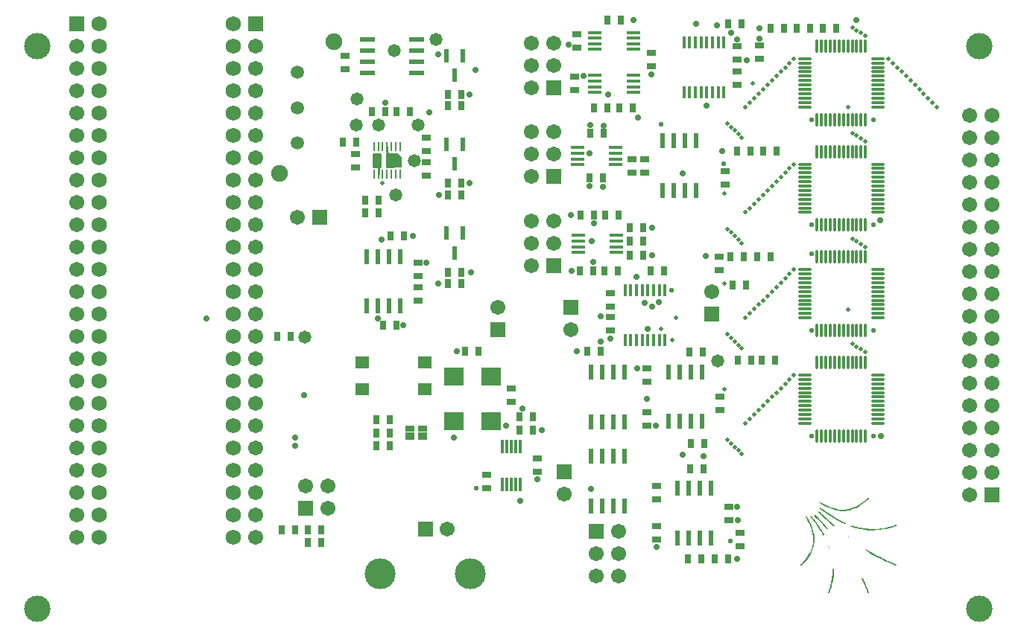
<source format=gts>
G04*
G04 #@! TF.GenerationSoftware,Altium Limited,Altium Designer,21.3.2 (30)*
G04*
G04 Layer_Color=8388736*
%FSLAX25Y25*%
%MOIN*%
G70*
G04*
G04 #@! TF.SameCoordinates,35EDE252-B6D9-4C08-81A6-3FFBFD5BE296*
G04*
G04*
G04 #@! TF.FilePolarity,Negative*
G04*
G01*
G75*
%ADD13C,0.01000*%
%ADD22R,0.00984X0.03937*%
G04:AMPARAMS|DCode=23|XSize=65mil|YSize=40mil|CornerRadius=4mil|HoleSize=0mil|Usage=FLASHONLY|Rotation=90.000|XOffset=0mil|YOffset=0mil|HoleType=Round|Shape=RoundedRectangle|*
%AMROUNDEDRECTD23*
21,1,0.06500,0.03200,0,0,90.0*
21,1,0.05700,0.04000,0,0,90.0*
1,1,0.00800,0.01600,0.02850*
1,1,0.00800,0.01600,-0.02850*
1,1,0.00800,-0.01600,-0.02850*
1,1,0.00800,-0.01600,0.02850*
%
%ADD23ROUNDEDRECTD23*%
%ADD24R,0.02200X0.06550*%
G04:AMPARAMS|DCode=25|XSize=58.66mil|YSize=11.02mil|CornerRadius=2.76mil|HoleSize=0mil|Usage=FLASHONLY|Rotation=270.000|XOffset=0mil|YOffset=0mil|HoleType=Round|Shape=RoundedRectangle|*
%AMROUNDEDRECTD25*
21,1,0.05866,0.00551,0,0,270.0*
21,1,0.05315,0.01102,0,0,270.0*
1,1,0.00551,-0.00276,-0.02657*
1,1,0.00551,-0.00276,0.02657*
1,1,0.00551,0.00276,0.02657*
1,1,0.00551,0.00276,-0.02657*
%
%ADD25ROUNDEDRECTD25*%
G04:AMPARAMS|DCode=26|XSize=58.66mil|YSize=11.02mil|CornerRadius=2.76mil|HoleSize=0mil|Usage=FLASHONLY|Rotation=180.000|XOffset=0mil|YOffset=0mil|HoleType=Round|Shape=RoundedRectangle|*
%AMROUNDEDRECTD26*
21,1,0.05866,0.00551,0,0,180.0*
21,1,0.05315,0.01102,0,0,180.0*
1,1,0.00551,-0.02657,0.00276*
1,1,0.00551,0.02657,0.00276*
1,1,0.00551,0.02657,-0.00276*
1,1,0.00551,-0.02657,-0.00276*
%
%ADD26ROUNDEDRECTD26*%
%ADD27R,0.05900X0.01575*%
%ADD28R,0.01181X0.05956*%
%ADD29R,0.05906X0.05512*%
%ADD30R,0.02400X0.06400*%
%ADD31R,0.01397X0.05756*%
%ADD34R,0.06550X0.02200*%
%ADD36R,0.04200X0.00600*%
%ADD37R,0.03943X0.03156*%
%ADD38R,0.03156X0.03943*%
%ADD39R,0.04147X0.03162*%
%ADD40R,0.08674X0.07887*%
%ADD41C,0.06800*%
%ADD42C,0.06706*%
%ADD43R,0.06706X0.06706*%
%ADD44R,0.06706X0.06706*%
%ADD45C,0.05906*%
%ADD46C,0.07480*%
%ADD47C,0.11811*%
%ADD48C,0.13792*%
%ADD49C,0.05800*%
%ADD50C,0.02769*%
%ADD51C,0.02178*%
%ADD52C,0.01902*%
G36*
X149506Y-59742D02*
X151094Y-61331D01*
X151094Y-65742D01*
Y-65842D01*
X151018Y-66025D01*
X150878Y-66166D01*
X150694Y-66242D01*
X144495D01*
X144311Y-66166D01*
X144171Y-66025D01*
X144095Y-65842D01*
Y-65742D01*
Y-60242D01*
Y-60143D01*
X144171Y-59959D01*
X144311Y-59818D01*
X144495Y-59742D01*
X144595D01*
X149506Y-59742D01*
D02*
G37*
G36*
X359766Y-213908D02*
X359971Y-213990D01*
X360217Y-214113D01*
X360135Y-214195D01*
X359971Y-214359D01*
X359683Y-214687D01*
X359273Y-215097D01*
X358740Y-215548D01*
X358125Y-216082D01*
X357428Y-216615D01*
X356649Y-217189D01*
X355788Y-217763D01*
X354885Y-218337D01*
X353901Y-218829D01*
X352835Y-219280D01*
X351769Y-219649D01*
X350620Y-219936D01*
X349431Y-220100D01*
X348242Y-220142D01*
X348201D01*
X348037D01*
X347791Y-220100D01*
X347463Y-220059D01*
X347011Y-220019D01*
X346519Y-219936D01*
X345945Y-219813D01*
X345289Y-219649D01*
X344551Y-219485D01*
X343772Y-219239D01*
X342910Y-218952D01*
X342008Y-218583D01*
X341024Y-218214D01*
X340040Y-217722D01*
X338973Y-217189D01*
X337907Y-216574D01*
Y-216533D01*
X337866Y-216492D01*
Y-216287D01*
X337907D01*
X337948Y-216205D01*
X338071Y-216163D01*
X338235Y-216040D01*
X338317Y-216082D01*
X338481Y-216205D01*
X338768Y-216369D01*
X339178Y-216574D01*
X339671Y-216820D01*
X340245Y-217107D01*
X340901Y-217435D01*
X341639Y-217763D01*
X342377Y-218091D01*
X343197Y-218378D01*
X344879Y-218952D01*
X345699Y-219198D01*
X346560Y-219362D01*
X347422Y-219526D01*
X348242Y-219567D01*
X348324D01*
X348529D01*
X348857Y-219526D01*
X349267Y-219485D01*
X349800Y-219403D01*
X350456Y-219280D01*
X351153Y-219116D01*
X351933Y-218911D01*
X352794Y-218583D01*
X353696Y-218214D01*
X354639Y-217763D01*
X355624Y-217189D01*
X356608Y-216533D01*
X357592Y-215754D01*
X358617Y-214851D01*
X359601Y-213826D01*
X359643D01*
X359766Y-213908D01*
D02*
G37*
G36*
X338194Y-218296D02*
X338358Y-218460D01*
X338686Y-218706D01*
X339138Y-219034D01*
X339671Y-219444D01*
X340286Y-219896D01*
X341024Y-220388D01*
X341803Y-220962D01*
X342664Y-221536D01*
X343567Y-222110D01*
X344551Y-222725D01*
X345576Y-223340D01*
X347709Y-224530D01*
X348775Y-225063D01*
X349882Y-225555D01*
X349841D01*
X349800Y-225596D01*
X349595Y-225678D01*
X349349Y-225760D01*
X349144Y-225883D01*
X349062Y-225842D01*
X348898Y-225760D01*
X348611Y-225637D01*
X348201Y-225432D01*
X347668Y-225186D01*
X347094Y-224858D01*
X346437Y-224530D01*
X345658Y-224119D01*
X344838Y-223627D01*
X343977Y-223135D01*
X343074Y-222561D01*
X342090Y-221946D01*
X341106Y-221249D01*
X340081Y-220552D01*
X339055Y-219772D01*
X337989Y-218952D01*
Y-218911D01*
X338030Y-218747D01*
X338071Y-218501D01*
X338112Y-218255D01*
X338194Y-218296D01*
D02*
G37*
G36*
X337661Y-219977D02*
X337825Y-220142D01*
X338071Y-220347D01*
X338358Y-220634D01*
X338768Y-221003D01*
X339178Y-221454D01*
X339712Y-221905D01*
X340245Y-222438D01*
X341434Y-223545D01*
X342705Y-224694D01*
X343977Y-225842D01*
X345166Y-226908D01*
X345125D01*
X345084D01*
X344838D01*
X344551D01*
X344182D01*
X344141Y-226867D01*
X344059Y-226785D01*
X343895Y-226662D01*
X343690Y-226457D01*
X343403Y-226211D01*
X343074Y-225924D01*
X342705Y-225555D01*
X342254Y-225145D01*
X341803Y-224735D01*
X341270Y-224242D01*
X340696Y-223709D01*
X340081Y-223135D01*
X338727Y-221864D01*
X337251Y-220470D01*
X337292Y-220429D01*
X337374Y-220306D01*
X337497Y-220142D01*
X337620Y-219936D01*
X337661Y-219977D01*
D02*
G37*
G36*
X372233Y-226129D02*
X372274Y-226252D01*
X372356Y-226416D01*
X372397Y-226621D01*
X372356D01*
X372274Y-226662D01*
X372151Y-226703D01*
X371987Y-226785D01*
X371741Y-226867D01*
X371453Y-226990D01*
X371166Y-227113D01*
X370797Y-227236D01*
X370387Y-227359D01*
X369936Y-227482D01*
X368911Y-227769D01*
X367722Y-228015D01*
X366450Y-228261D01*
X365015Y-228467D01*
X363457Y-228631D01*
X361816Y-228672D01*
X360094D01*
X358289Y-228508D01*
X356403Y-228261D01*
X354475Y-227851D01*
X353491Y-227564D01*
X352507Y-227277D01*
X352425Y-227236D01*
X352261Y-227195D01*
X352015Y-227113D01*
X351728Y-226990D01*
X351769Y-226949D01*
X351892Y-226826D01*
X352097Y-226703D01*
X352302Y-226539D01*
X352343D01*
X352466Y-226580D01*
X352589Y-226621D01*
X352671Y-226662D01*
X352712D01*
X352794Y-226703D01*
X352917Y-226744D01*
X353122Y-226785D01*
X353368Y-226867D01*
X353696Y-226949D01*
X354024Y-227031D01*
X354434Y-227154D01*
X354885Y-227236D01*
X355378Y-227359D01*
X356444Y-227564D01*
X357674Y-227728D01*
X359027Y-227892D01*
X360463Y-228015D01*
X362021Y-228056D01*
X363620Y-228015D01*
X365302Y-227892D01*
X367024Y-227646D01*
X368747Y-227277D01*
X370469Y-226744D01*
X371330Y-226457D01*
X372192Y-226088D01*
X372233Y-226129D01*
D02*
G37*
G36*
X336103Y-221741D02*
X336226Y-221864D01*
X336390Y-222028D01*
X336636Y-222274D01*
X336923Y-222602D01*
X337251Y-222930D01*
X337620Y-223340D01*
X338030Y-223791D01*
X338932Y-224735D01*
X339917Y-225719D01*
X340860Y-226744D01*
X341762Y-227728D01*
X341721Y-227769D01*
X341598Y-227851D01*
X341434Y-228015D01*
X341270Y-228180D01*
X341229Y-228138D01*
X341147Y-228056D01*
X341024Y-227933D01*
X340860Y-227728D01*
X340655Y-227482D01*
X340368Y-227195D01*
X340040Y-226867D01*
X339712Y-226457D01*
X339302Y-226047D01*
X338892Y-225596D01*
X337907Y-224530D01*
X336759Y-223340D01*
X335529Y-222028D01*
X335570Y-221987D01*
X335693Y-221946D01*
X335857Y-221823D01*
X336062Y-221700D01*
X336103Y-221741D01*
D02*
G37*
G36*
X334544Y-222397D02*
X334626Y-222520D01*
X334832Y-222766D01*
X335036Y-223053D01*
X335324Y-223422D01*
X335652Y-223832D01*
X336021Y-224324D01*
X336390Y-224858D01*
X336800Y-225473D01*
X337251Y-226088D01*
X338153Y-227441D01*
X339096Y-228877D01*
X339958Y-230394D01*
X339917Y-230476D01*
X339876Y-230681D01*
X339835Y-231050D01*
Y-231460D01*
X339794Y-231419D01*
X339712Y-231255D01*
X339589Y-231009D01*
X339425Y-230681D01*
X339178Y-230271D01*
X338892Y-229820D01*
X338563Y-229246D01*
X338194Y-228672D01*
X337784Y-228015D01*
X337333Y-227318D01*
X336308Y-225801D01*
X335160Y-224161D01*
X333847Y-222479D01*
X333888D01*
X334052Y-222438D01*
X334298Y-222397D01*
X334503Y-222356D01*
X334544Y-222397D01*
D02*
G37*
G36*
X349964Y-230968D02*
X350046Y-231009D01*
X350210Y-231132D01*
X350374Y-231255D01*
X350784Y-231583D01*
X351236Y-231911D01*
X351195D01*
X351112D01*
X350989D01*
X350825D01*
X349923Y-230927D01*
X349964Y-230968D01*
D02*
G37*
G36*
X341639Y-235315D02*
X341803Y-235397D01*
X342418Y-236956D01*
X342377Y-236997D01*
X342295Y-237120D01*
X342254Y-237079D01*
X342213Y-236956D01*
X342131Y-236792D01*
X342049Y-236586D01*
Y-236545D01*
X342008Y-236463D01*
X341967Y-236340D01*
X341926Y-236176D01*
X341762Y-235725D01*
X341557Y-235233D01*
X341639Y-235315D01*
D02*
G37*
G36*
X358494Y-236997D02*
X358740Y-237161D01*
X359109Y-237366D01*
X359601Y-237694D01*
X360258Y-238063D01*
X360996Y-238473D01*
X361816Y-238965D01*
X362759Y-239457D01*
X363785Y-240031D01*
X364892Y-240605D01*
X366081Y-241180D01*
X367270Y-241754D01*
X368542Y-242369D01*
X369854Y-242943D01*
X372520Y-244009D01*
X372479Y-244050D01*
X372438Y-244173D01*
X372397Y-244378D01*
X372315Y-244584D01*
X372233Y-244543D01*
X371987Y-244460D01*
X371618Y-244337D01*
X371125Y-244132D01*
X370510Y-243845D01*
X369772Y-243558D01*
X368952Y-243189D01*
X368009Y-242779D01*
X367024Y-242328D01*
X365958Y-241836D01*
X364851Y-241262D01*
X363662Y-240687D01*
X362472Y-240031D01*
X361201Y-239334D01*
X359971Y-238637D01*
X358699Y-237858D01*
X358658Y-237776D01*
X358617Y-237571D01*
X358535Y-237284D01*
X358412Y-236956D01*
X358494Y-236997D01*
D02*
G37*
G36*
X332166Y-222315D02*
X332207Y-222397D01*
X332330Y-222561D01*
X332494Y-222889D01*
X332699Y-223299D01*
X332986Y-223791D01*
X333273Y-224407D01*
X333601Y-225063D01*
X333929Y-225801D01*
X334257Y-226580D01*
X334585Y-227400D01*
X335160Y-229164D01*
X335406Y-230025D01*
X335570Y-230927D01*
X335693Y-231788D01*
X335775Y-232650D01*
Y-232937D01*
X335734Y-233265D01*
X335693Y-233757D01*
X335611Y-234290D01*
X335488Y-234987D01*
X335324Y-235725D01*
X335078Y-236545D01*
X334750Y-237448D01*
X334380Y-238391D01*
X333888Y-239375D01*
X333314Y-240401D01*
X332617Y-241426D01*
X331797Y-242492D01*
X330854Y-243558D01*
X329746Y-244584D01*
X329705Y-244543D01*
X329623Y-244419D01*
X329500Y-244214D01*
X329418Y-244009D01*
X329500Y-243927D01*
X329664Y-243763D01*
X329951Y-243476D01*
X330320Y-243107D01*
X330771Y-242615D01*
X331264Y-242041D01*
X331797Y-241344D01*
X332330Y-240605D01*
X332863Y-239826D01*
X333396Y-238924D01*
X333888Y-237981D01*
X334298Y-236997D01*
X334667Y-235971D01*
X334913Y-234905D01*
X335078Y-233798D01*
X335119Y-232650D01*
Y-232445D01*
X335078Y-232199D01*
X335036Y-231870D01*
X334996Y-231460D01*
X334913Y-230968D01*
X334790Y-230435D01*
X334667Y-229779D01*
X334462Y-229082D01*
X334216Y-228303D01*
X333929Y-227482D01*
X333601Y-226580D01*
X333232Y-225678D01*
X332740Y-224694D01*
X332248Y-223668D01*
X331633Y-222602D01*
X331674Y-222561D01*
X331756Y-222479D01*
X331838Y-222356D01*
X331879Y-222233D01*
X331961D01*
X332166Y-222315D01*
D02*
G37*
G36*
X343895Y-245855D02*
X344059Y-245978D01*
X344264Y-246183D01*
X344510Y-246388D01*
Y-246921D01*
X344469Y-247331D01*
X344428Y-247823D01*
X344387Y-248356D01*
X344305Y-249013D01*
X344223Y-249751D01*
X344100Y-250530D01*
X343936Y-251350D01*
X343772Y-252211D01*
X343526Y-253114D01*
X343280Y-254016D01*
X342951Y-254959D01*
X342623Y-255902D01*
X342213Y-256845D01*
X342172Y-256804D01*
X342049Y-256764D01*
X341844Y-256681D01*
X341639Y-256599D01*
X341680Y-256558D01*
X341721Y-256353D01*
X341844Y-256066D01*
X342008Y-255697D01*
X342172Y-255205D01*
X342377Y-254672D01*
X342582Y-254016D01*
X342787Y-253278D01*
X342992Y-252498D01*
X343197Y-251678D01*
X343362Y-250776D01*
X343526Y-249833D01*
X343690Y-248889D01*
X343772Y-247864D01*
X343854Y-246839D01*
Y-245814D01*
X343895Y-245855D01*
D02*
G37*
G36*
X356772Y-249956D02*
X357018Y-249997D01*
X357264D01*
Y-250038D01*
X357346Y-250161D01*
X357428Y-250325D01*
X357551Y-250571D01*
X357674Y-250858D01*
X357838Y-251227D01*
X358043Y-251637D01*
X358248Y-252088D01*
X358699Y-253114D01*
X359150Y-254221D01*
X359643Y-255451D01*
X360135Y-256722D01*
X360094D01*
X359971Y-256804D01*
X359807Y-256887D01*
X359601Y-256968D01*
Y-256927D01*
X359560Y-256804D01*
X359478Y-256599D01*
X359355Y-256353D01*
X359232Y-256025D01*
X359109Y-255656D01*
X358904Y-255246D01*
X358740Y-254754D01*
X358535Y-254262D01*
X358289Y-253688D01*
X357756Y-252498D01*
X357182Y-251227D01*
X356567Y-249915D01*
X356608D01*
X356772Y-249956D01*
D02*
G37*
D13*
X144488Y-58967D02*
G03*
X145177Y-60630I2352J0D01*
G01*
X140551Y-69095D02*
Y-65551D01*
X144488Y-58967D02*
Y-56890D01*
D22*
X150394Y-69095D02*
D03*
X148425D02*
D03*
X146457D02*
D03*
X144488D02*
D03*
X142520D02*
D03*
X140551D02*
D03*
X138583D02*
D03*
Y-56890D02*
D03*
X140551D02*
D03*
X142520D02*
D03*
X144488D02*
D03*
X146457D02*
D03*
X150394D02*
D03*
X148425D02*
D03*
D23*
X146094Y-62990D02*
D03*
X140094D02*
D03*
D24*
X267697Y-76479D02*
D03*
X272697D02*
D03*
X277697D02*
D03*
X282697D02*
D03*
Y-54229D02*
D03*
X277697D02*
D03*
X272697D02*
D03*
X267697D02*
D03*
X235807Y-217818D02*
D03*
X240807D02*
D03*
X245807D02*
D03*
X250807D02*
D03*
Y-195568D02*
D03*
X245807D02*
D03*
X240807D02*
D03*
X235807D02*
D03*
X274390Y-231991D02*
D03*
X279390D02*
D03*
X284390D02*
D03*
X289390D02*
D03*
Y-209741D02*
D03*
X284390D02*
D03*
X279390D02*
D03*
X274390D02*
D03*
X285472Y-157671D02*
D03*
X280472D02*
D03*
X275472D02*
D03*
X270472D02*
D03*
Y-179921D02*
D03*
X275472D02*
D03*
X280472D02*
D03*
X285472D02*
D03*
X235807Y-180023D02*
D03*
X240807D02*
D03*
X245807D02*
D03*
X250807D02*
D03*
Y-157773D02*
D03*
X245807D02*
D03*
X240807D02*
D03*
X235807D02*
D03*
X135413Y-128251D02*
D03*
X140413D02*
D03*
X145413D02*
D03*
X150413D02*
D03*
Y-106001D02*
D03*
X145413D02*
D03*
X140413D02*
D03*
X135413D02*
D03*
D25*
X336811Y-153543D02*
D03*
X338779D02*
D03*
X340748D02*
D03*
X342717D02*
D03*
X344685D02*
D03*
X346654D02*
D03*
X348622D02*
D03*
X350590D02*
D03*
X352559D02*
D03*
X354527D02*
D03*
X356496D02*
D03*
X358465D02*
D03*
Y-186378D02*
D03*
X356496D02*
D03*
X354527D02*
D03*
X352559D02*
D03*
X350590D02*
D03*
X348622D02*
D03*
X346654D02*
D03*
X344685D02*
D03*
X342717D02*
D03*
X340748D02*
D03*
X338779D02*
D03*
X336811D02*
D03*
Y-91890D02*
D03*
X338779D02*
D03*
X340748D02*
D03*
X342717D02*
D03*
X344685D02*
D03*
X346654D02*
D03*
X348622D02*
D03*
X350590D02*
D03*
X352559D02*
D03*
X354527D02*
D03*
X356496D02*
D03*
X358465D02*
D03*
Y-59055D02*
D03*
X356496D02*
D03*
X354527D02*
D03*
X352559D02*
D03*
X350590D02*
D03*
X348622D02*
D03*
X346654D02*
D03*
X344685D02*
D03*
X342717D02*
D03*
X340748D02*
D03*
X338779D02*
D03*
X336811D02*
D03*
Y-106299D02*
D03*
X338779D02*
D03*
X340748D02*
D03*
X342717D02*
D03*
X344685D02*
D03*
X346654D02*
D03*
X348622D02*
D03*
X350590D02*
D03*
X352559D02*
D03*
X354527D02*
D03*
X356496D02*
D03*
X358465D02*
D03*
Y-139134D02*
D03*
X356496D02*
D03*
X354527D02*
D03*
X352559D02*
D03*
X350590D02*
D03*
X348622D02*
D03*
X346654D02*
D03*
X344685D02*
D03*
X342717D02*
D03*
X340748D02*
D03*
X338779D02*
D03*
X336811D02*
D03*
Y-44646D02*
D03*
X338779D02*
D03*
X340748D02*
D03*
X342717D02*
D03*
X344685D02*
D03*
X346654D02*
D03*
X348622D02*
D03*
X350590D02*
D03*
X352559D02*
D03*
X354527D02*
D03*
X356496D02*
D03*
X358465D02*
D03*
Y-11811D02*
D03*
X356496D02*
D03*
X354527D02*
D03*
X352559D02*
D03*
X350590D02*
D03*
X348622D02*
D03*
X346654D02*
D03*
X344685D02*
D03*
X342717D02*
D03*
X340748D02*
D03*
X338779D02*
D03*
X336811D02*
D03*
D26*
X364055Y-159134D02*
D03*
Y-161102D02*
D03*
Y-163071D02*
D03*
Y-165039D02*
D03*
Y-167008D02*
D03*
Y-168976D02*
D03*
Y-170945D02*
D03*
Y-172913D02*
D03*
Y-174882D02*
D03*
Y-176850D02*
D03*
Y-178819D02*
D03*
Y-180787D02*
D03*
X331221D02*
D03*
Y-178819D02*
D03*
Y-176850D02*
D03*
Y-174882D02*
D03*
Y-172913D02*
D03*
Y-170945D02*
D03*
Y-168976D02*
D03*
Y-167008D02*
D03*
Y-165039D02*
D03*
Y-163071D02*
D03*
Y-161102D02*
D03*
Y-159134D02*
D03*
Y-64646D02*
D03*
Y-66614D02*
D03*
Y-68583D02*
D03*
Y-70551D02*
D03*
Y-72520D02*
D03*
Y-74488D02*
D03*
Y-76457D02*
D03*
Y-78425D02*
D03*
Y-80394D02*
D03*
Y-82362D02*
D03*
Y-84331D02*
D03*
Y-86299D02*
D03*
X364055D02*
D03*
Y-84331D02*
D03*
Y-82362D02*
D03*
Y-80394D02*
D03*
Y-78425D02*
D03*
Y-76457D02*
D03*
Y-74488D02*
D03*
Y-72520D02*
D03*
Y-70551D02*
D03*
Y-68583D02*
D03*
Y-66614D02*
D03*
Y-64646D02*
D03*
Y-111890D02*
D03*
Y-113858D02*
D03*
Y-115827D02*
D03*
Y-117795D02*
D03*
Y-119764D02*
D03*
Y-121732D02*
D03*
Y-123701D02*
D03*
Y-125669D02*
D03*
Y-127638D02*
D03*
Y-129606D02*
D03*
Y-131575D02*
D03*
Y-133543D02*
D03*
X331221D02*
D03*
Y-131575D02*
D03*
Y-129606D02*
D03*
Y-127638D02*
D03*
Y-125669D02*
D03*
Y-123701D02*
D03*
Y-121732D02*
D03*
Y-119764D02*
D03*
Y-117795D02*
D03*
Y-115827D02*
D03*
Y-113858D02*
D03*
Y-111890D02*
D03*
Y-17402D02*
D03*
Y-19370D02*
D03*
Y-21339D02*
D03*
Y-23307D02*
D03*
Y-25276D02*
D03*
Y-27244D02*
D03*
Y-29213D02*
D03*
Y-31181D02*
D03*
Y-33150D02*
D03*
Y-35118D02*
D03*
Y-37087D02*
D03*
Y-39055D02*
D03*
X364055D02*
D03*
Y-37087D02*
D03*
Y-35118D02*
D03*
Y-33150D02*
D03*
Y-31181D02*
D03*
Y-29213D02*
D03*
Y-27244D02*
D03*
Y-25276D02*
D03*
Y-23307D02*
D03*
Y-21339D02*
D03*
Y-19370D02*
D03*
Y-17402D02*
D03*
D27*
X247183Y-104194D02*
D03*
Y-101694D02*
D03*
Y-99094D02*
D03*
Y-96594D02*
D03*
X229983D02*
D03*
Y-99094D02*
D03*
Y-101694D02*
D03*
Y-104194D02*
D03*
X237463Y-32540D02*
D03*
Y-30040D02*
D03*
Y-27440D02*
D03*
Y-24940D02*
D03*
X254663D02*
D03*
Y-27440D02*
D03*
Y-30040D02*
D03*
Y-32540D02*
D03*
X246789Y-64824D02*
D03*
Y-62324D02*
D03*
Y-59724D02*
D03*
Y-57224D02*
D03*
X229589D02*
D03*
Y-59724D02*
D03*
Y-62324D02*
D03*
Y-64824D02*
D03*
X237463Y-13249D02*
D03*
Y-10749D02*
D03*
Y-8149D02*
D03*
Y-5649D02*
D03*
X254663D02*
D03*
Y-8149D02*
D03*
Y-10749D02*
D03*
Y-13249D02*
D03*
D28*
X203937Y-191056D02*
D03*
X201969D02*
D03*
X200000D02*
D03*
X198031D02*
D03*
X196063D02*
D03*
Y-208156D02*
D03*
X198031D02*
D03*
X200000D02*
D03*
X201969D02*
D03*
X203937D02*
D03*
D29*
X161417Y-153543D02*
D03*
X133465D02*
D03*
X161417Y-165354D02*
D03*
X133465D02*
D03*
D30*
X178543Y-95600D02*
D03*
X171063D02*
D03*
X174803Y-104400D02*
D03*
X178543Y-55836D02*
D03*
X171063D02*
D03*
X174803Y-64636D02*
D03*
X178543Y-16072D02*
D03*
X171063D02*
D03*
X174803Y-24872D02*
D03*
D31*
X277264Y-32360D02*
D03*
X279823D02*
D03*
X282382D02*
D03*
X284941D02*
D03*
X287500D02*
D03*
X290059D02*
D03*
X292618D02*
D03*
X295177D02*
D03*
Y-10160D02*
D03*
X292618D02*
D03*
X290059D02*
D03*
X287500D02*
D03*
X284941D02*
D03*
X282382D02*
D03*
X279823D02*
D03*
X277264D02*
D03*
X250886Y-143384D02*
D03*
X253445D02*
D03*
X256004D02*
D03*
X258563D02*
D03*
X261122D02*
D03*
X263681D02*
D03*
X266240D02*
D03*
X268799D02*
D03*
Y-121184D02*
D03*
X266240D02*
D03*
X263681D02*
D03*
X261122D02*
D03*
X258563D02*
D03*
X256004D02*
D03*
X253445D02*
D03*
X250886D02*
D03*
D34*
X135546Y-8854D02*
D03*
Y-13854D02*
D03*
Y-18854D02*
D03*
Y-23854D02*
D03*
X157796D02*
D03*
Y-18854D02*
D03*
Y-13854D02*
D03*
Y-8854D02*
D03*
D36*
X160380Y-185037D02*
D03*
X154580D02*
D03*
D37*
X188976Y-203693D02*
D03*
Y-209693D02*
D03*
X158268Y-114811D02*
D03*
Y-108811D02*
D03*
Y-125835D02*
D03*
Y-119835D02*
D03*
X264961Y-232921D02*
D03*
Y-226921D02*
D03*
Y-214811D02*
D03*
Y-208811D02*
D03*
X262598Y-20717D02*
D03*
Y-14717D02*
D03*
X292913Y-112055D02*
D03*
Y-106055D02*
D03*
X253937Y-62598D02*
D03*
Y-68598D02*
D03*
X259842D02*
D03*
Y-62598D02*
D03*
X311024Y-17567D02*
D03*
Y-11567D02*
D03*
X293307Y-168654D02*
D03*
Y-174653D02*
D03*
X295669Y-73866D02*
D03*
Y-67866D02*
D03*
X302362Y-235677D02*
D03*
Y-229677D02*
D03*
X244488Y-139220D02*
D03*
Y-133221D02*
D03*
X162205Y-69732D02*
D03*
Y-63732D02*
D03*
X125591Y-16094D02*
D03*
Y-22095D02*
D03*
X162205Y-52709D02*
D03*
Y-58709D02*
D03*
X200000Y-171110D02*
D03*
Y-165110D02*
D03*
X211811Y-202606D02*
D03*
Y-196606D02*
D03*
X130315Y-60189D02*
D03*
Y-66189D02*
D03*
X260630Y-181890D02*
D03*
Y-175890D02*
D03*
Y-156299D02*
D03*
Y-162299D02*
D03*
X297244Y-218260D02*
D03*
Y-224260D02*
D03*
X228346Y-25543D02*
D03*
Y-31543D02*
D03*
X301181Y-28984D02*
D03*
Y-22984D02*
D03*
X229528Y-12449D02*
D03*
Y-6449D02*
D03*
X244488Y-122591D02*
D03*
Y-128591D02*
D03*
X301181Y-11961D02*
D03*
Y-17961D02*
D03*
D38*
X268354Y-112598D02*
D03*
X262354D02*
D03*
X248276Y-39370D02*
D03*
X254276D02*
D03*
X177803Y-78347D02*
D03*
X171803D02*
D03*
X241732Y-112598D02*
D03*
X247732D02*
D03*
X248031Y-87402D02*
D03*
X242032D02*
D03*
X297094Y-241339D02*
D03*
X291094D02*
D03*
X279677Y-148819D02*
D03*
X285677D02*
D03*
X177803Y-118110D02*
D03*
X171803D02*
D03*
X177803Y-38583D02*
D03*
X171803D02*
D03*
X259150Y-99213D02*
D03*
X253150D02*
D03*
X303000Y-1969D02*
D03*
X297000D02*
D03*
X315898Y-3937D02*
D03*
X321898D02*
D03*
X300937Y-58661D02*
D03*
X306937D02*
D03*
X298181Y-106299D02*
D03*
X304181D02*
D03*
X301331Y-152559D02*
D03*
X307331D02*
D03*
X139716Y-179134D02*
D03*
X145717D02*
D03*
X139716Y-185039D02*
D03*
X145717D02*
D03*
X139716Y-190945D02*
D03*
X145717D02*
D03*
X140795Y-80709D02*
D03*
X134795D02*
D03*
X109205Y-228346D02*
D03*
X115205D02*
D03*
X97394D02*
D03*
X103394D02*
D03*
X298969Y-118898D02*
D03*
X304969D02*
D03*
X345520Y-3937D02*
D03*
X339520D02*
D03*
X134795Y-86614D02*
D03*
X140795D02*
D03*
X177803Y-112992D02*
D03*
X171803D02*
D03*
X253150Y-105512D02*
D03*
X259150D02*
D03*
X253150Y-93307D02*
D03*
X259150D02*
D03*
X179283Y-148425D02*
D03*
X185283D02*
D03*
X203842Y-177953D02*
D03*
X209842D02*
D03*
X203842Y-183858D02*
D03*
X209842D02*
D03*
X284890Y-241339D02*
D03*
X278890D02*
D03*
X177803Y-73228D02*
D03*
X171803D02*
D03*
X177803Y-33465D02*
D03*
X171803D02*
D03*
X154724Y-41142D02*
D03*
X148724D02*
D03*
X143551D02*
D03*
X137551D02*
D03*
X124559Y-54921D02*
D03*
X130559D02*
D03*
X240008Y-148425D02*
D03*
X234008D02*
D03*
X280071Y-201181D02*
D03*
X286071D02*
D03*
X280315Y-189764D02*
D03*
X286315D02*
D03*
X237158Y-39370D02*
D03*
X243158D02*
D03*
X230614Y-112598D02*
D03*
X236614D02*
D03*
X231008Y-87402D02*
D03*
X237008D02*
D03*
X235189Y-70866D02*
D03*
X241189D02*
D03*
X142866Y-136811D02*
D03*
X148866D02*
D03*
X235433Y-50787D02*
D03*
X241433D02*
D03*
X146063Y-96850D02*
D03*
X152063D02*
D03*
X109205Y-234252D02*
D03*
X115205D02*
D03*
X333709Y-3937D02*
D03*
X327709D02*
D03*
X318748Y-58661D02*
D03*
X312748D02*
D03*
X315992Y-106299D02*
D03*
X309992D02*
D03*
X317998Y-152530D02*
D03*
X311998D02*
D03*
X243063Y0D02*
D03*
X249063D02*
D03*
X95425Y-141969D02*
D03*
X101425D02*
D03*
D39*
X154626Y-186811D02*
D03*
X160335D02*
D03*
Y-183268D02*
D03*
X154626D02*
D03*
D40*
X190945Y-159921D02*
D03*
X174409D02*
D03*
X190945Y-179921D02*
D03*
X174409D02*
D03*
D41*
X15827Y-141969D02*
D03*
X75827Y-21969D02*
D03*
Y-161969D02*
D03*
Y-151969D02*
D03*
Y-141969D02*
D03*
Y-1969D02*
D03*
Y-11969D02*
D03*
Y-171968D02*
D03*
Y-181968D02*
D03*
Y-191969D02*
D03*
Y-201969D02*
D03*
Y-211968D02*
D03*
Y-221969D02*
D03*
Y-231968D02*
D03*
X15827D02*
D03*
Y-221969D02*
D03*
Y-211968D02*
D03*
Y-201969D02*
D03*
Y-191969D02*
D03*
Y-181968D02*
D03*
Y-171968D02*
D03*
Y-161969D02*
D03*
Y-151969D02*
D03*
X75827Y-31969D02*
D03*
Y-41969D02*
D03*
Y-51968D02*
D03*
Y-61968D02*
D03*
Y-71969D02*
D03*
Y-81968D02*
D03*
Y-91969D02*
D03*
Y-101969D02*
D03*
Y-111969D02*
D03*
Y-121968D02*
D03*
Y-131968D02*
D03*
X15827D02*
D03*
Y-121968D02*
D03*
Y-111969D02*
D03*
Y-101969D02*
D03*
Y-91969D02*
D03*
Y-81968D02*
D03*
Y-71969D02*
D03*
Y-61968D02*
D03*
Y-51968D02*
D03*
Y-41969D02*
D03*
Y-31969D02*
D03*
Y-21969D02*
D03*
Y-11969D02*
D03*
Y-1969D02*
D03*
D42*
X226575Y-138937D02*
D03*
X289764Y-121890D02*
D03*
X223622Y-212598D02*
D03*
X194095Y-128937D02*
D03*
X104331Y-88583D02*
D03*
X248189Y-229173D02*
D03*
X238189Y-239173D02*
D03*
X248189D02*
D03*
X238189Y-249173D02*
D03*
X248189D02*
D03*
X208898Y-30472D02*
D03*
X218898Y-20472D02*
D03*
X208898D02*
D03*
X218898Y-10472D02*
D03*
X208898D02*
D03*
X208898Y-110000D02*
D03*
X218898Y-100000D02*
D03*
X208898D02*
D03*
X218898Y-90000D02*
D03*
X208898D02*
D03*
X208898Y-70236D02*
D03*
X218898Y-60236D02*
D03*
X208898D02*
D03*
X218898Y-50236D02*
D03*
X208898D02*
D03*
X108110Y-208661D02*
D03*
X118110Y-218661D02*
D03*
Y-208661D02*
D03*
X405079Y-42795D02*
D03*
X415079D02*
D03*
X405079Y-52795D02*
D03*
X415079D02*
D03*
X405079Y-62795D02*
D03*
X415079D02*
D03*
X405079Y-72795D02*
D03*
X415079D02*
D03*
X405079Y-82795D02*
D03*
X415079D02*
D03*
X405079Y-92795D02*
D03*
X415079D02*
D03*
X405079Y-102795D02*
D03*
X415079D02*
D03*
X405079Y-112795D02*
D03*
X415079D02*
D03*
X405079Y-122795D02*
D03*
X415079D02*
D03*
X405079Y-132795D02*
D03*
X415079D02*
D03*
X405079Y-142795D02*
D03*
X415079D02*
D03*
X405079Y-152795D02*
D03*
X415079D02*
D03*
X405079Y-162795D02*
D03*
X415079D02*
D03*
X405079Y-172795D02*
D03*
X415079D02*
D03*
X405079Y-182795D02*
D03*
X415079D02*
D03*
X405079Y-192795D02*
D03*
X415079D02*
D03*
X405079Y-202795D02*
D03*
X415079D02*
D03*
X405079Y-212795D02*
D03*
X5827Y-231968D02*
D03*
Y-221969D02*
D03*
Y-211968D02*
D03*
Y-201969D02*
D03*
Y-191969D02*
D03*
Y-181968D02*
D03*
Y-171968D02*
D03*
Y-161969D02*
D03*
Y-151969D02*
D03*
Y-141969D02*
D03*
Y-131968D02*
D03*
Y-121968D02*
D03*
Y-111969D02*
D03*
Y-101969D02*
D03*
Y-91969D02*
D03*
Y-81968D02*
D03*
Y-71969D02*
D03*
Y-61968D02*
D03*
Y-51968D02*
D03*
Y-41969D02*
D03*
Y-31969D02*
D03*
Y-21969D02*
D03*
Y-11969D02*
D03*
X85827Y-231968D02*
D03*
Y-221969D02*
D03*
Y-211968D02*
D03*
Y-201969D02*
D03*
Y-191969D02*
D03*
Y-181968D02*
D03*
Y-171968D02*
D03*
Y-161969D02*
D03*
Y-151969D02*
D03*
Y-141969D02*
D03*
Y-131968D02*
D03*
Y-121968D02*
D03*
Y-111969D02*
D03*
Y-101969D02*
D03*
Y-91969D02*
D03*
Y-81968D02*
D03*
Y-71969D02*
D03*
Y-61968D02*
D03*
Y-51968D02*
D03*
Y-41969D02*
D03*
Y-31969D02*
D03*
Y-21969D02*
D03*
Y-11969D02*
D03*
X171457Y-228150D02*
D03*
D43*
X226575Y-128937D02*
D03*
X289764Y-131890D02*
D03*
X223622Y-202598D02*
D03*
X194095Y-138937D02*
D03*
X238189Y-229173D02*
D03*
X218898Y-30472D02*
D03*
X218898Y-110000D02*
D03*
X218898Y-70236D02*
D03*
X415079Y-212795D02*
D03*
X5827Y-1969D02*
D03*
X85827D02*
D03*
X161614Y-228150D02*
D03*
D44*
X114331Y-88583D02*
D03*
X108110Y-218661D02*
D03*
D45*
X104331Y-55118D02*
D03*
Y-39370D02*
D03*
Y-23622D02*
D03*
D46*
X96457Y-68898D02*
D03*
X120866Y-9843D02*
D03*
D47*
X-11811Y-11811D02*
D03*
Y-263779D02*
D03*
X409449Y-11811D02*
D03*
Y-263779D02*
D03*
D48*
X141535Y-248228D02*
D03*
X181693D02*
D03*
D49*
X148425Y-78543D02*
D03*
X107874Y-142126D02*
D03*
X292520Y-152756D02*
D03*
X131102Y-35433D02*
D03*
X166531Y-8854D02*
D03*
X147852Y-13795D02*
D03*
X156693Y-63189D02*
D03*
X158268Y-47047D02*
D03*
X130709D02*
D03*
X140551D02*
D03*
D50*
X197736Y-181693D02*
D03*
X259842Y-126969D02*
D03*
X364961Y-89764D02*
D03*
X140413Y-133965D02*
D03*
X235433Y-47244D02*
D03*
X241433Y-47339D02*
D03*
X235117Y-59724D02*
D03*
X235189Y-74559D02*
D03*
X241189Y-74654D02*
D03*
X276575Y-68898D02*
D03*
X254724Y0D02*
D03*
X232283Y-25197D02*
D03*
X365354Y-186614D02*
D03*
X107283Y-168307D02*
D03*
X103347Y-190945D02*
D03*
Y-187008D02*
D03*
X292126Y-2362D02*
D03*
X311122Y-8465D02*
D03*
X305512Y-18110D02*
D03*
X266142Y-126378D02*
D03*
X255906Y-115148D02*
D03*
X243307Y-33465D02*
D03*
X225590Y-11024D02*
D03*
X262992Y-128347D02*
D03*
X240158Y-132874D02*
D03*
X184055Y-22638D02*
D03*
X287402Y-38395D02*
D03*
X298228Y-5906D02*
D03*
X354331Y0D02*
D03*
X63779Y-133858D02*
D03*
X182087Y-113189D02*
D03*
X294488Y-58661D02*
D03*
X181496Y-73228D02*
D03*
X167333Y-15322D02*
D03*
X181496Y-33465D02*
D03*
X167323Y-118110D02*
D03*
X167717Y-78347D02*
D03*
X163386Y-41339D02*
D03*
X244488Y-142913D02*
D03*
X301181Y-8661D02*
D03*
X261024Y-138583D02*
D03*
X256693Y-43701D02*
D03*
X262992Y-105512D02*
D03*
Y-93307D02*
D03*
X287008Y-105905D02*
D03*
X262598Y-24409D02*
D03*
X311024Y-3937D02*
D03*
X236102Y-99094D02*
D03*
X235807Y-210256D02*
D03*
X143701Y-37008D02*
D03*
X229528Y-148425D02*
D03*
X175591Y-148425D02*
D03*
X162055Y-108811D02*
D03*
X156102Y-96850D02*
D03*
X151772Y-136811D02*
D03*
X141959Y-98396D02*
D03*
X174409Y-187008D02*
D03*
X204921Y-174213D02*
D03*
X213583Y-183858D02*
D03*
X203937Y-215551D02*
D03*
X211811Y-205709D02*
D03*
X264961Y-236221D02*
D03*
X301181Y-241339D02*
D03*
X301134Y-218260D02*
D03*
X301228Y-224260D02*
D03*
X286071Y-195323D02*
D03*
X276772Y-194882D02*
D03*
X256299Y-156299D02*
D03*
X260630Y-169685D02*
D03*
X264764Y-181890D02*
D03*
X240008Y-144047D02*
D03*
X236614Y-108465D02*
D03*
X226969Y-112492D02*
D03*
X237008Y-91142D02*
D03*
X226772Y-87402D02*
D03*
X282677Y-1969D02*
D03*
D51*
X184252Y-209842D02*
D03*
X298031Y-233465D02*
D03*
X266929Y-46850D02*
D03*
X361968Y-186378D02*
D03*
X334409D02*
D03*
X334252Y-104724D02*
D03*
X294882Y-64567D02*
D03*
X271654Y-121063D02*
D03*
X334409Y-91890D02*
D03*
X361968D02*
D03*
X334409Y-44646D02*
D03*
X361968D02*
D03*
X334409Y-139134D02*
D03*
X361968D02*
D03*
D52*
X350590Y-129724D02*
D03*
X352559Y-145276D02*
D03*
X356496Y-147638D02*
D03*
X300000Y-191339D02*
D03*
X310748Y-174882D02*
D03*
X320590Y-165039D02*
D03*
X358465Y-148819D02*
D03*
X354528Y-146457D02*
D03*
X318622Y-167008D02*
D03*
X304842Y-180787D02*
D03*
X312717Y-172913D02*
D03*
X298425Y-189764D02*
D03*
X314685Y-170945D02*
D03*
X303150Y-194488D02*
D03*
X326496Y-159134D02*
D03*
X301575Y-192913D02*
D03*
X296850Y-188189D02*
D03*
X306811Y-178819D02*
D03*
X308780Y-176850D02*
D03*
X316653Y-168976D02*
D03*
X322559Y-163071D02*
D03*
X324528Y-161102D02*
D03*
X295276Y-77953D02*
D03*
X308071Y-28543D02*
D03*
X266932Y-138583D02*
D03*
X272157Y-143384D02*
D03*
X273652Y-133435D02*
D03*
X295276Y-165354D02*
D03*
Y-118110D02*
D03*
X322559Y-68583D02*
D03*
X314685Y-76457D02*
D03*
X326496Y-64646D02*
D03*
X308780Y-82362D02*
D03*
X301575Y-98425D02*
D03*
X312717Y-78425D02*
D03*
X324528Y-66614D02*
D03*
X300000Y-96850D02*
D03*
X304842Y-86299D02*
D03*
X316653Y-74488D02*
D03*
X310748Y-80394D02*
D03*
X303150Y-100000D02*
D03*
X320590Y-70551D02*
D03*
X318622Y-72520D02*
D03*
X298425Y-95276D02*
D03*
X306811Y-84331D02*
D03*
X296850Y-93701D02*
D03*
X354528Y-51968D02*
D03*
X358465Y-54331D02*
D03*
X356496Y-53150D02*
D03*
X352559Y-50787D02*
D03*
X296850Y-46457D02*
D03*
Y-140945D02*
D03*
X298425Y-142520D02*
D03*
Y-48031D02*
D03*
X303150Y-52756D02*
D03*
Y-147244D02*
D03*
X301575Y-51181D02*
D03*
Y-145669D02*
D03*
X300000Y-49606D02*
D03*
Y-144095D02*
D03*
X388465Y-37087D02*
D03*
X378622Y-27244D02*
D03*
X318622Y-25276D02*
D03*
X350590Y-39173D02*
D03*
X372716Y-21339D02*
D03*
X352559Y-3543D02*
D03*
X322559Y-21339D02*
D03*
X390433Y-39055D02*
D03*
X374685Y-23307D02*
D03*
X358465Y-7087D02*
D03*
X354528Y-4724D02*
D03*
X382559Y-31181D02*
D03*
X356496Y-5906D02*
D03*
X380591Y-29213D02*
D03*
X314685D02*
D03*
X370748Y-19370D02*
D03*
X326496Y-17402D02*
D03*
X376654Y-25276D02*
D03*
X320590Y-23307D02*
D03*
X306811Y-37087D02*
D03*
X308780Y-35118D02*
D03*
X386496D02*
D03*
X368779Y-17402D02*
D03*
X384527Y-33150D02*
D03*
X312717Y-31181D02*
D03*
X304842Y-39055D02*
D03*
X310748Y-33150D02*
D03*
X316653Y-27244D02*
D03*
X324528Y-19370D02*
D03*
X142520Y-73032D02*
D03*
X324528Y-113858D02*
D03*
X310748Y-127638D02*
D03*
X304842Y-133543D02*
D03*
X314685Y-123701D02*
D03*
X358490Y-101736D02*
D03*
X306811Y-131575D02*
D03*
X326496Y-111890D02*
D03*
X322559Y-115827D02*
D03*
X356496Y-100394D02*
D03*
X312717Y-125669D02*
D03*
X352559Y-98032D02*
D03*
X308780Y-129606D02*
D03*
X354528Y-99213D02*
D03*
X320590Y-117795D02*
D03*
X318622Y-119764D02*
D03*
X316653Y-121732D02*
D03*
M02*

</source>
